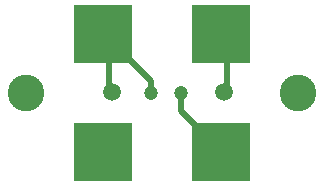
<source format=gbr>
G04 (created by PCBNEW (2013-may-18)-stable) date Пт 28 авг 2015 20:33:06*
%MOIN*%
G04 Gerber Fmt 3.4, Leading zero omitted, Abs format*
%FSLAX34Y34*%
G01*
G70*
G90*
G04 APERTURE LIST*
%ADD10C,0.00393701*%
%ADD11C,0.0472441*%
%ADD12R,0.19685X0.19685*%
%ADD13C,0.122047*%
%ADD14C,0.0590551*%
%ADD15C,0.019685*%
G04 APERTURE END LIST*
G54D10*
G54D11*
X11174Y-10141D03*
X12174Y-10141D03*
G54D12*
X13501Y-12113D03*
X9564Y-12113D03*
X13501Y-8176D03*
X9564Y-8176D03*
G54D13*
X16060Y-10145D03*
X7005Y-10145D03*
G54D14*
X9865Y-10127D03*
X13615Y-10127D03*
G54D15*
X12174Y-10141D02*
X12174Y-10741D01*
X12174Y-10741D02*
X13715Y-12282D01*
X9778Y-8345D02*
X9778Y-10040D01*
X9778Y-10040D02*
X9865Y-10127D01*
X9778Y-8345D02*
X9778Y-8162D01*
X11174Y-9741D02*
X9778Y-8345D01*
X11174Y-10141D02*
X11174Y-9741D01*
X13715Y-8345D02*
X13715Y-10027D01*
X13715Y-10027D02*
X13615Y-10127D01*
M02*

</source>
